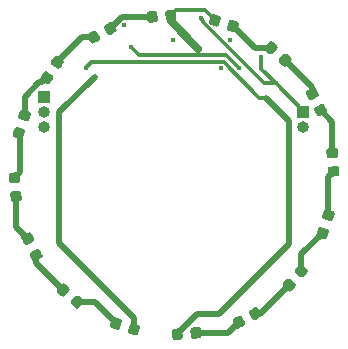
<source format=gbr>
G04 #@! TF.GenerationSoftware,KiCad,Pcbnew,(5.1.4)-1*
G04 #@! TF.CreationDate,2020-07-29T22:37:45-07:00*
G04 #@! TF.ProjectId,Kicad LED Rings_Circular_final_V2,4b696361-6420-44c4-9544-2052696e6773,rev?*
G04 #@! TF.SameCoordinates,Original*
G04 #@! TF.FileFunction,Copper,L4,Bot*
G04 #@! TF.FilePolarity,Positive*
%FSLAX46Y46*%
G04 Gerber Fmt 4.6, Leading zero omitted, Abs format (unit mm)*
G04 Created by KiCad (PCBNEW (5.1.4)-1) date 2020-07-29 22:37:45*
%MOMM*%
%LPD*%
G04 APERTURE LIST*
%ADD10C,0.100000*%
%ADD11C,0.875000*%
%ADD12R,1.000000X1.000000*%
%ADD13O,1.000000X1.000000*%
%ADD14C,0.450000*%
%ADD15C,0.508000*%
%ADD16C,0.304800*%
%ADD17C,0.635000*%
G04 APERTURE END LIST*
D10*
G36*
X104646870Y-91967957D02*
G01*
X104668039Y-91971523D01*
X104688757Y-91977147D01*
X105104844Y-92112342D01*
X105124910Y-92119970D01*
X105144132Y-92129528D01*
X105162325Y-92140923D01*
X105179313Y-92154047D01*
X105194933Y-92168773D01*
X105209034Y-92184959D01*
X105221481Y-92202450D01*
X105232154Y-92221076D01*
X105240949Y-92240658D01*
X105247783Y-92261008D01*
X105252589Y-92281931D01*
X105255322Y-92303223D01*
X105255954Y-92324681D01*
X105254480Y-92346097D01*
X105250914Y-92367266D01*
X105245290Y-92387983D01*
X105086919Y-92875400D01*
X105079291Y-92895467D01*
X105069734Y-92914689D01*
X105058338Y-92932881D01*
X105045214Y-92949870D01*
X105030488Y-92965490D01*
X105014302Y-92979591D01*
X104996812Y-92992038D01*
X104978186Y-93002711D01*
X104958603Y-93011506D01*
X104938253Y-93018340D01*
X104917331Y-93023146D01*
X104896038Y-93025879D01*
X104874580Y-93026511D01*
X104853164Y-93025037D01*
X104831995Y-93021471D01*
X104811277Y-93015847D01*
X104395190Y-92880652D01*
X104375124Y-92873024D01*
X104355902Y-92863466D01*
X104337709Y-92852071D01*
X104320721Y-92838947D01*
X104305101Y-92824221D01*
X104291000Y-92808035D01*
X104278553Y-92790544D01*
X104267880Y-92771918D01*
X104259085Y-92752336D01*
X104252251Y-92731986D01*
X104247445Y-92711063D01*
X104244712Y-92689771D01*
X104244080Y-92668313D01*
X104245554Y-92646897D01*
X104249120Y-92625728D01*
X104254744Y-92605011D01*
X104413115Y-92117594D01*
X104420743Y-92097527D01*
X104430300Y-92078305D01*
X104441696Y-92060113D01*
X104454820Y-92043124D01*
X104469546Y-92027504D01*
X104485732Y-92013403D01*
X104503222Y-92000956D01*
X104521848Y-91990283D01*
X104541431Y-91981488D01*
X104561781Y-91974654D01*
X104582703Y-91969848D01*
X104603996Y-91967115D01*
X104625454Y-91966483D01*
X104646870Y-91967957D01*
X104646870Y-91967957D01*
G37*
D11*
X104750017Y-92496497D03*
D10*
G36*
X106144784Y-92454659D02*
G01*
X106165953Y-92458225D01*
X106186671Y-92463849D01*
X106602758Y-92599044D01*
X106622824Y-92606672D01*
X106642046Y-92616230D01*
X106660239Y-92627625D01*
X106677227Y-92640749D01*
X106692847Y-92655475D01*
X106706948Y-92671661D01*
X106719395Y-92689152D01*
X106730068Y-92707778D01*
X106738863Y-92727360D01*
X106745697Y-92747710D01*
X106750503Y-92768633D01*
X106753236Y-92789925D01*
X106753868Y-92811383D01*
X106752394Y-92832799D01*
X106748828Y-92853968D01*
X106743204Y-92874685D01*
X106584833Y-93362102D01*
X106577205Y-93382169D01*
X106567648Y-93401391D01*
X106556252Y-93419583D01*
X106543128Y-93436572D01*
X106528402Y-93452192D01*
X106512216Y-93466293D01*
X106494726Y-93478740D01*
X106476100Y-93489413D01*
X106456517Y-93498208D01*
X106436167Y-93505042D01*
X106415245Y-93509848D01*
X106393952Y-93512581D01*
X106372494Y-93513213D01*
X106351078Y-93511739D01*
X106329909Y-93508173D01*
X106309191Y-93502549D01*
X105893104Y-93367354D01*
X105873038Y-93359726D01*
X105853816Y-93350168D01*
X105835623Y-93338773D01*
X105818635Y-93325649D01*
X105803015Y-93310923D01*
X105788914Y-93294737D01*
X105776467Y-93277246D01*
X105765794Y-93258620D01*
X105756999Y-93239038D01*
X105750165Y-93218688D01*
X105745359Y-93197765D01*
X105742626Y-93176473D01*
X105741994Y-93155015D01*
X105743468Y-93133599D01*
X105747034Y-93112430D01*
X105752658Y-93091713D01*
X105911029Y-92604296D01*
X105918657Y-92584229D01*
X105928214Y-92565007D01*
X105939610Y-92546815D01*
X105952734Y-92529826D01*
X105967460Y-92514206D01*
X105983646Y-92500105D01*
X106001136Y-92487658D01*
X106019762Y-92476985D01*
X106039345Y-92468190D01*
X106059695Y-92461356D01*
X106080617Y-92456550D01*
X106101910Y-92453817D01*
X106123368Y-92453185D01*
X106144784Y-92454659D01*
X106144784Y-92454659D01*
G37*
D11*
X106247931Y-92983199D03*
D10*
G36*
X110149248Y-92925110D02*
G01*
X110170417Y-92928676D01*
X110191134Y-92934300D01*
X110211201Y-92941928D01*
X110230423Y-92951485D01*
X110248616Y-92962881D01*
X110265604Y-92976005D01*
X110281224Y-92990731D01*
X110295325Y-93006917D01*
X110307772Y-93024407D01*
X110318445Y-93043034D01*
X110327240Y-93062616D01*
X110334074Y-93082966D01*
X110338880Y-93103889D01*
X110341613Y-93125181D01*
X110381823Y-93636101D01*
X110382455Y-93657559D01*
X110380981Y-93678975D01*
X110377415Y-93700144D01*
X110371791Y-93720862D01*
X110364163Y-93740928D01*
X110354605Y-93760150D01*
X110343210Y-93778343D01*
X110330086Y-93795331D01*
X110315360Y-93810951D01*
X110299174Y-93825052D01*
X110281683Y-93837499D01*
X110263057Y-93848172D01*
X110243475Y-93856967D01*
X110223124Y-93863801D01*
X110202202Y-93868607D01*
X110180910Y-93871340D01*
X109744758Y-93905666D01*
X109723300Y-93906298D01*
X109701884Y-93904824D01*
X109680715Y-93901258D01*
X109659998Y-93895634D01*
X109639931Y-93888006D01*
X109620709Y-93878449D01*
X109602516Y-93867053D01*
X109585528Y-93853929D01*
X109569908Y-93839203D01*
X109555807Y-93823017D01*
X109543360Y-93805527D01*
X109532687Y-93786900D01*
X109523892Y-93767318D01*
X109517058Y-93746968D01*
X109512252Y-93726045D01*
X109509519Y-93704753D01*
X109469309Y-93193833D01*
X109468677Y-93172375D01*
X109470151Y-93150959D01*
X109473717Y-93129790D01*
X109479341Y-93109072D01*
X109486969Y-93089006D01*
X109496527Y-93069784D01*
X109507922Y-93051591D01*
X109521046Y-93034603D01*
X109535772Y-93018983D01*
X109551958Y-93004882D01*
X109569449Y-92992435D01*
X109588075Y-92981762D01*
X109607657Y-92972967D01*
X109628008Y-92966133D01*
X109648930Y-92961327D01*
X109670222Y-92958594D01*
X110106374Y-92924268D01*
X110127832Y-92923636D01*
X110149248Y-92925110D01*
X110149248Y-92925110D01*
G37*
D11*
X109925566Y-93414967D03*
D10*
G36*
X111719392Y-92801536D02*
G01*
X111740561Y-92805102D01*
X111761278Y-92810726D01*
X111781345Y-92818354D01*
X111800567Y-92827911D01*
X111818760Y-92839307D01*
X111835748Y-92852431D01*
X111851368Y-92867157D01*
X111865469Y-92883343D01*
X111877916Y-92900833D01*
X111888589Y-92919460D01*
X111897384Y-92939042D01*
X111904218Y-92959392D01*
X111909024Y-92980315D01*
X111911757Y-93001607D01*
X111951967Y-93512527D01*
X111952599Y-93533985D01*
X111951125Y-93555401D01*
X111947559Y-93576570D01*
X111941935Y-93597288D01*
X111934307Y-93617354D01*
X111924749Y-93636576D01*
X111913354Y-93654769D01*
X111900230Y-93671757D01*
X111885504Y-93687377D01*
X111869318Y-93701478D01*
X111851827Y-93713925D01*
X111833201Y-93724598D01*
X111813619Y-93733393D01*
X111793268Y-93740227D01*
X111772346Y-93745033D01*
X111751054Y-93747766D01*
X111314902Y-93782092D01*
X111293444Y-93782724D01*
X111272028Y-93781250D01*
X111250859Y-93777684D01*
X111230142Y-93772060D01*
X111210075Y-93764432D01*
X111190853Y-93754875D01*
X111172660Y-93743479D01*
X111155672Y-93730355D01*
X111140052Y-93715629D01*
X111125951Y-93699443D01*
X111113504Y-93681953D01*
X111102831Y-93663326D01*
X111094036Y-93643744D01*
X111087202Y-93623394D01*
X111082396Y-93602471D01*
X111079663Y-93581179D01*
X111039453Y-93070259D01*
X111038821Y-93048801D01*
X111040295Y-93027385D01*
X111043861Y-93006216D01*
X111049485Y-92985498D01*
X111057113Y-92965432D01*
X111066671Y-92946210D01*
X111078066Y-92928017D01*
X111091190Y-92911029D01*
X111105916Y-92895409D01*
X111122102Y-92881308D01*
X111139593Y-92868861D01*
X111158219Y-92858188D01*
X111177801Y-92849393D01*
X111198152Y-92842559D01*
X111219074Y-92837753D01*
X111240366Y-92835020D01*
X111676518Y-92800694D01*
X111697976Y-92800062D01*
X111719392Y-92801536D01*
X111719392Y-92801536D01*
G37*
D11*
X111495710Y-93291393D03*
D10*
G36*
X98132059Y-86195371D02*
G01*
X98153228Y-86198937D01*
X98173946Y-86204561D01*
X98194012Y-86212189D01*
X98213234Y-86221747D01*
X98231427Y-86233142D01*
X98248415Y-86246266D01*
X98264035Y-86260992D01*
X98278136Y-86277178D01*
X98290583Y-86294669D01*
X98301256Y-86313295D01*
X98499877Y-86703111D01*
X98508672Y-86722693D01*
X98515506Y-86743043D01*
X98520312Y-86763966D01*
X98523045Y-86785258D01*
X98523677Y-86806716D01*
X98522203Y-86828132D01*
X98518637Y-86849301D01*
X98513013Y-86870019D01*
X98505385Y-86890085D01*
X98495827Y-86909307D01*
X98484432Y-86927500D01*
X98471308Y-86944488D01*
X98456582Y-86960108D01*
X98440396Y-86974209D01*
X98422905Y-86986656D01*
X98404279Y-86997329D01*
X97947638Y-87229999D01*
X97928056Y-87238794D01*
X97907706Y-87245628D01*
X97886783Y-87250434D01*
X97865491Y-87253167D01*
X97844033Y-87253799D01*
X97822617Y-87252325D01*
X97801448Y-87248759D01*
X97780730Y-87243135D01*
X97760664Y-87235507D01*
X97741442Y-87225949D01*
X97723249Y-87214554D01*
X97706261Y-87201430D01*
X97690641Y-87186704D01*
X97676540Y-87170518D01*
X97664093Y-87153027D01*
X97653420Y-87134401D01*
X97454799Y-86744585D01*
X97446004Y-86725003D01*
X97439170Y-86704653D01*
X97434364Y-86683730D01*
X97431631Y-86662438D01*
X97430999Y-86640980D01*
X97432473Y-86619564D01*
X97436039Y-86598395D01*
X97441663Y-86577677D01*
X97449291Y-86557611D01*
X97458849Y-86538389D01*
X97470244Y-86520196D01*
X97483368Y-86503208D01*
X97498094Y-86487588D01*
X97514280Y-86473487D01*
X97531771Y-86461040D01*
X97550397Y-86450367D01*
X98007038Y-86217697D01*
X98026620Y-86208902D01*
X98046970Y-86202068D01*
X98067893Y-86197262D01*
X98089185Y-86194529D01*
X98110643Y-86193897D01*
X98132059Y-86195371D01*
X98132059Y-86195371D01*
G37*
D11*
X97977338Y-86723848D03*
D10*
G36*
X97417023Y-84792035D02*
G01*
X97438192Y-84795601D01*
X97458910Y-84801225D01*
X97478976Y-84808853D01*
X97498198Y-84818411D01*
X97516391Y-84829806D01*
X97533379Y-84842930D01*
X97548999Y-84857656D01*
X97563100Y-84873842D01*
X97575547Y-84891333D01*
X97586220Y-84909959D01*
X97784841Y-85299775D01*
X97793636Y-85319357D01*
X97800470Y-85339707D01*
X97805276Y-85360630D01*
X97808009Y-85381922D01*
X97808641Y-85403380D01*
X97807167Y-85424796D01*
X97803601Y-85445965D01*
X97797977Y-85466683D01*
X97790349Y-85486749D01*
X97780791Y-85505971D01*
X97769396Y-85524164D01*
X97756272Y-85541152D01*
X97741546Y-85556772D01*
X97725360Y-85570873D01*
X97707869Y-85583320D01*
X97689243Y-85593993D01*
X97232602Y-85826663D01*
X97213020Y-85835458D01*
X97192670Y-85842292D01*
X97171747Y-85847098D01*
X97150455Y-85849831D01*
X97128997Y-85850463D01*
X97107581Y-85848989D01*
X97086412Y-85845423D01*
X97065694Y-85839799D01*
X97045628Y-85832171D01*
X97026406Y-85822613D01*
X97008213Y-85811218D01*
X96991225Y-85798094D01*
X96975605Y-85783368D01*
X96961504Y-85767182D01*
X96949057Y-85749691D01*
X96938384Y-85731065D01*
X96739763Y-85341249D01*
X96730968Y-85321667D01*
X96724134Y-85301317D01*
X96719328Y-85280394D01*
X96716595Y-85259102D01*
X96715963Y-85237644D01*
X96717437Y-85216228D01*
X96721003Y-85195059D01*
X96726627Y-85174341D01*
X96734255Y-85154275D01*
X96743813Y-85135053D01*
X96755208Y-85116860D01*
X96768332Y-85099872D01*
X96783058Y-85084252D01*
X96799244Y-85070151D01*
X96816735Y-85057704D01*
X96835361Y-85047031D01*
X97292002Y-84814361D01*
X97311584Y-84805566D01*
X97331934Y-84798732D01*
X97352857Y-84793926D01*
X97374149Y-84791193D01*
X97395607Y-84790561D01*
X97417023Y-84792035D01*
X97417023Y-84792035D01*
G37*
D11*
X97262302Y-85320512D03*
D10*
G36*
X120382524Y-87499726D02*
G01*
X120403693Y-87503292D01*
X120424411Y-87508916D01*
X120444477Y-87516544D01*
X120463699Y-87526102D01*
X120481892Y-87537497D01*
X120498880Y-87550621D01*
X120888588Y-87883463D01*
X120904208Y-87898189D01*
X120918309Y-87914375D01*
X120930756Y-87931865D01*
X120941429Y-87950492D01*
X120950224Y-87970074D01*
X120957058Y-87990424D01*
X120961864Y-88011347D01*
X120964597Y-88032639D01*
X120965229Y-88054097D01*
X120963755Y-88075513D01*
X120960189Y-88096682D01*
X120954565Y-88117399D01*
X120946937Y-88137466D01*
X120937380Y-88156688D01*
X120925984Y-88174881D01*
X120912860Y-88191869D01*
X120628726Y-88524547D01*
X120614000Y-88540167D01*
X120597814Y-88554268D01*
X120580323Y-88566715D01*
X120561697Y-88577388D01*
X120542115Y-88586183D01*
X120521765Y-88593017D01*
X120500842Y-88597823D01*
X120479550Y-88600556D01*
X120458092Y-88601188D01*
X120436676Y-88599714D01*
X120415507Y-88596148D01*
X120394789Y-88590524D01*
X120374723Y-88582896D01*
X120355501Y-88573338D01*
X120337308Y-88561943D01*
X120320320Y-88548819D01*
X119930612Y-88215977D01*
X119914992Y-88201251D01*
X119900891Y-88185065D01*
X119888444Y-88167575D01*
X119877771Y-88148948D01*
X119868976Y-88129366D01*
X119862142Y-88109016D01*
X119857336Y-88088093D01*
X119854603Y-88066801D01*
X119853971Y-88045343D01*
X119855445Y-88023927D01*
X119859011Y-88002758D01*
X119864635Y-87982041D01*
X119872263Y-87961974D01*
X119881820Y-87942752D01*
X119893216Y-87924559D01*
X119906340Y-87907571D01*
X120190474Y-87574893D01*
X120205200Y-87559273D01*
X120221386Y-87545172D01*
X120238877Y-87532725D01*
X120257503Y-87522052D01*
X120277085Y-87513257D01*
X120297435Y-87506423D01*
X120318358Y-87501617D01*
X120339650Y-87498884D01*
X120361108Y-87498252D01*
X120382524Y-87499726D01*
X120382524Y-87499726D01*
G37*
D11*
X120409600Y-88049720D03*
D10*
G36*
X119359644Y-88697366D02*
G01*
X119380813Y-88700932D01*
X119401531Y-88706556D01*
X119421597Y-88714184D01*
X119440819Y-88723742D01*
X119459012Y-88735137D01*
X119476000Y-88748261D01*
X119865708Y-89081103D01*
X119881328Y-89095829D01*
X119895429Y-89112015D01*
X119907876Y-89129505D01*
X119918549Y-89148132D01*
X119927344Y-89167714D01*
X119934178Y-89188064D01*
X119938984Y-89208987D01*
X119941717Y-89230279D01*
X119942349Y-89251737D01*
X119940875Y-89273153D01*
X119937309Y-89294322D01*
X119931685Y-89315039D01*
X119924057Y-89335106D01*
X119914500Y-89354328D01*
X119903104Y-89372521D01*
X119889980Y-89389509D01*
X119605846Y-89722187D01*
X119591120Y-89737807D01*
X119574934Y-89751908D01*
X119557443Y-89764355D01*
X119538817Y-89775028D01*
X119519235Y-89783823D01*
X119498885Y-89790657D01*
X119477962Y-89795463D01*
X119456670Y-89798196D01*
X119435212Y-89798828D01*
X119413796Y-89797354D01*
X119392627Y-89793788D01*
X119371909Y-89788164D01*
X119351843Y-89780536D01*
X119332621Y-89770978D01*
X119314428Y-89759583D01*
X119297440Y-89746459D01*
X118907732Y-89413617D01*
X118892112Y-89398891D01*
X118878011Y-89382705D01*
X118865564Y-89365215D01*
X118854891Y-89346588D01*
X118846096Y-89327006D01*
X118839262Y-89306656D01*
X118834456Y-89285733D01*
X118831723Y-89264441D01*
X118831091Y-89242983D01*
X118832565Y-89221567D01*
X118836131Y-89200398D01*
X118841755Y-89179681D01*
X118849383Y-89159614D01*
X118858940Y-89140392D01*
X118870336Y-89122199D01*
X118883460Y-89105211D01*
X119167594Y-88772533D01*
X119182320Y-88756913D01*
X119198506Y-88742812D01*
X119215997Y-88730365D01*
X119234623Y-88719692D01*
X119254205Y-88710897D01*
X119274555Y-88704063D01*
X119295478Y-88699257D01*
X119316770Y-88696524D01*
X119338228Y-88695892D01*
X119359644Y-88697366D01*
X119359644Y-88697366D01*
G37*
D11*
X119386720Y-89247360D03*
D10*
G36*
X96423160Y-79703505D02*
G01*
X96444297Y-79707256D01*
X96464964Y-79713060D01*
X96484963Y-79720863D01*
X96504101Y-79730588D01*
X96522194Y-79742142D01*
X96539067Y-79755413D01*
X96554558Y-79770275D01*
X96568517Y-79786584D01*
X96580811Y-79804182D01*
X96591321Y-79822900D01*
X96599945Y-79842559D01*
X96606601Y-79862968D01*
X96611225Y-79883931D01*
X96613771Y-79905247D01*
X96644289Y-80341681D01*
X96644734Y-80363143D01*
X96643073Y-80384546D01*
X96639322Y-80405683D01*
X96633518Y-80426351D01*
X96625715Y-80446350D01*
X96615990Y-80465488D01*
X96604436Y-80483580D01*
X96591165Y-80500453D01*
X96576303Y-80515944D01*
X96559994Y-80529903D01*
X96542396Y-80542197D01*
X96523678Y-80552707D01*
X96504019Y-80561331D01*
X96483610Y-80567987D01*
X96462647Y-80572611D01*
X96441331Y-80575157D01*
X95930079Y-80610907D01*
X95908617Y-80611352D01*
X95887214Y-80609691D01*
X95866077Y-80605940D01*
X95845410Y-80600136D01*
X95825411Y-80592333D01*
X95806273Y-80582608D01*
X95788180Y-80571054D01*
X95771307Y-80557783D01*
X95755816Y-80542921D01*
X95741857Y-80526612D01*
X95729563Y-80509014D01*
X95719053Y-80490296D01*
X95710429Y-80470637D01*
X95703773Y-80450228D01*
X95699149Y-80429265D01*
X95696603Y-80407949D01*
X95666085Y-79971515D01*
X95665640Y-79950053D01*
X95667301Y-79928650D01*
X95671052Y-79907513D01*
X95676856Y-79886845D01*
X95684659Y-79866846D01*
X95694384Y-79847708D01*
X95705938Y-79829616D01*
X95719209Y-79812743D01*
X95734071Y-79797252D01*
X95750380Y-79783293D01*
X95767978Y-79770999D01*
X95786696Y-79760489D01*
X95806355Y-79751865D01*
X95826764Y-79745209D01*
X95847727Y-79740585D01*
X95869043Y-79738039D01*
X96380295Y-79702289D01*
X96401757Y-79701844D01*
X96423160Y-79703505D01*
X96423160Y-79703505D01*
G37*
D11*
X96155187Y-80156598D03*
D10*
G36*
X96533026Y-81274669D02*
G01*
X96554163Y-81278420D01*
X96574830Y-81284224D01*
X96594829Y-81292027D01*
X96613967Y-81301752D01*
X96632060Y-81313306D01*
X96648933Y-81326577D01*
X96664424Y-81341439D01*
X96678383Y-81357748D01*
X96690677Y-81375346D01*
X96701187Y-81394064D01*
X96709811Y-81413723D01*
X96716467Y-81434132D01*
X96721091Y-81455095D01*
X96723637Y-81476411D01*
X96754155Y-81912845D01*
X96754600Y-81934307D01*
X96752939Y-81955710D01*
X96749188Y-81976847D01*
X96743384Y-81997515D01*
X96735581Y-82017514D01*
X96725856Y-82036652D01*
X96714302Y-82054744D01*
X96701031Y-82071617D01*
X96686169Y-82087108D01*
X96669860Y-82101067D01*
X96652262Y-82113361D01*
X96633544Y-82123871D01*
X96613885Y-82132495D01*
X96593476Y-82139151D01*
X96572513Y-82143775D01*
X96551197Y-82146321D01*
X96039945Y-82182071D01*
X96018483Y-82182516D01*
X95997080Y-82180855D01*
X95975943Y-82177104D01*
X95955276Y-82171300D01*
X95935277Y-82163497D01*
X95916139Y-82153772D01*
X95898046Y-82142218D01*
X95881173Y-82128947D01*
X95865682Y-82114085D01*
X95851723Y-82097776D01*
X95839429Y-82080178D01*
X95828919Y-82061460D01*
X95820295Y-82041801D01*
X95813639Y-82021392D01*
X95809015Y-82000429D01*
X95806469Y-81979113D01*
X95775951Y-81542679D01*
X95775506Y-81521217D01*
X95777167Y-81499814D01*
X95780918Y-81478677D01*
X95786722Y-81458009D01*
X95794525Y-81438010D01*
X95804250Y-81418872D01*
X95815804Y-81400780D01*
X95829075Y-81383907D01*
X95843937Y-81368416D01*
X95860246Y-81354457D01*
X95877844Y-81342163D01*
X95896562Y-81331653D01*
X95916221Y-81323029D01*
X95936630Y-81316373D01*
X95957593Y-81311749D01*
X95978909Y-81309203D01*
X96490161Y-81273453D01*
X96511623Y-81273008D01*
X96533026Y-81274669D01*
X96533026Y-81274669D01*
G37*
D11*
X96265053Y-81727762D03*
D10*
G36*
X122079969Y-84310874D02*
G01*
X122101138Y-84314440D01*
X122121855Y-84320064D01*
X122609272Y-84478435D01*
X122629339Y-84486063D01*
X122648561Y-84495620D01*
X122666753Y-84507016D01*
X122683742Y-84520140D01*
X122699362Y-84534866D01*
X122713463Y-84551052D01*
X122725910Y-84568542D01*
X122736583Y-84587168D01*
X122745378Y-84606751D01*
X122752212Y-84627101D01*
X122757018Y-84648023D01*
X122759751Y-84669316D01*
X122760383Y-84690774D01*
X122758909Y-84712190D01*
X122755343Y-84733359D01*
X122749719Y-84754077D01*
X122614524Y-85170164D01*
X122606896Y-85190230D01*
X122597338Y-85209452D01*
X122585943Y-85227645D01*
X122572819Y-85244633D01*
X122558093Y-85260253D01*
X122541907Y-85274354D01*
X122524416Y-85286801D01*
X122505790Y-85297474D01*
X122486208Y-85306269D01*
X122465858Y-85313103D01*
X122444935Y-85317909D01*
X122423643Y-85320642D01*
X122402185Y-85321274D01*
X122380769Y-85319800D01*
X122359600Y-85316234D01*
X122338883Y-85310610D01*
X121851466Y-85152239D01*
X121831399Y-85144611D01*
X121812177Y-85135054D01*
X121793985Y-85123658D01*
X121776996Y-85110534D01*
X121761376Y-85095808D01*
X121747275Y-85079622D01*
X121734828Y-85062132D01*
X121724155Y-85043506D01*
X121715360Y-85023923D01*
X121708526Y-85003573D01*
X121703720Y-84982651D01*
X121700987Y-84961358D01*
X121700355Y-84939900D01*
X121701829Y-84918484D01*
X121705395Y-84897315D01*
X121711019Y-84876597D01*
X121846214Y-84460510D01*
X121853842Y-84440444D01*
X121863400Y-84421222D01*
X121874795Y-84403029D01*
X121887919Y-84386041D01*
X121902645Y-84370421D01*
X121918831Y-84356320D01*
X121936322Y-84343873D01*
X121954948Y-84333200D01*
X121974530Y-84324405D01*
X121994880Y-84317571D01*
X122015803Y-84312765D01*
X122037095Y-84310032D01*
X122058553Y-84309400D01*
X122079969Y-84310874D01*
X122079969Y-84310874D01*
G37*
D11*
X122230369Y-84815337D03*
D10*
G36*
X122566671Y-82812960D02*
G01*
X122587840Y-82816526D01*
X122608557Y-82822150D01*
X123095974Y-82980521D01*
X123116041Y-82988149D01*
X123135263Y-82997706D01*
X123153455Y-83009102D01*
X123170444Y-83022226D01*
X123186064Y-83036952D01*
X123200165Y-83053138D01*
X123212612Y-83070628D01*
X123223285Y-83089254D01*
X123232080Y-83108837D01*
X123238914Y-83129187D01*
X123243720Y-83150109D01*
X123246453Y-83171402D01*
X123247085Y-83192860D01*
X123245611Y-83214276D01*
X123242045Y-83235445D01*
X123236421Y-83256163D01*
X123101226Y-83672250D01*
X123093598Y-83692316D01*
X123084040Y-83711538D01*
X123072645Y-83729731D01*
X123059521Y-83746719D01*
X123044795Y-83762339D01*
X123028609Y-83776440D01*
X123011118Y-83788887D01*
X122992492Y-83799560D01*
X122972910Y-83808355D01*
X122952560Y-83815189D01*
X122931637Y-83819995D01*
X122910345Y-83822728D01*
X122888887Y-83823360D01*
X122867471Y-83821886D01*
X122846302Y-83818320D01*
X122825585Y-83812696D01*
X122338168Y-83654325D01*
X122318101Y-83646697D01*
X122298879Y-83637140D01*
X122280687Y-83625744D01*
X122263698Y-83612620D01*
X122248078Y-83597894D01*
X122233977Y-83581708D01*
X122221530Y-83564218D01*
X122210857Y-83545592D01*
X122202062Y-83526009D01*
X122195228Y-83505659D01*
X122190422Y-83484737D01*
X122187689Y-83463444D01*
X122187057Y-83441986D01*
X122188531Y-83420570D01*
X122192097Y-83399401D01*
X122197721Y-83378683D01*
X122332916Y-82962596D01*
X122340544Y-82942530D01*
X122350102Y-82923308D01*
X122361497Y-82905115D01*
X122374621Y-82888127D01*
X122389347Y-82872507D01*
X122405533Y-82858406D01*
X122423024Y-82845959D01*
X122441650Y-82835286D01*
X122461232Y-82826491D01*
X122481582Y-82819657D01*
X122502505Y-82814851D01*
X122523797Y-82812118D01*
X122545255Y-82811486D01*
X122566671Y-82812960D01*
X122566671Y-82812960D01*
G37*
D11*
X122717071Y-83317423D03*
D10*
G36*
X98816458Y-71148573D02*
G01*
X98837690Y-71151742D01*
X98858509Y-71156976D01*
X98878715Y-71164225D01*
X98898113Y-71173421D01*
X98916517Y-71184473D01*
X99342396Y-71469575D01*
X99359627Y-71482378D01*
X99375521Y-71496809D01*
X99389923Y-71512727D01*
X99402696Y-71529981D01*
X99413716Y-71548404D01*
X99422878Y-71567818D01*
X99430092Y-71588036D01*
X99435290Y-71608865D01*
X99438421Y-71630102D01*
X99439456Y-71651544D01*
X99438384Y-71672985D01*
X99435215Y-71694217D01*
X99429981Y-71715036D01*
X99422731Y-71735242D01*
X99413536Y-71754640D01*
X99402484Y-71773042D01*
X99159105Y-72136598D01*
X99146302Y-72153830D01*
X99131872Y-72169723D01*
X99115953Y-72184126D01*
X99098699Y-72196899D01*
X99080277Y-72207919D01*
X99060863Y-72217081D01*
X99040644Y-72224295D01*
X99019816Y-72229493D01*
X98998578Y-72232624D01*
X98977136Y-72233659D01*
X98955696Y-72232587D01*
X98934464Y-72229418D01*
X98913645Y-72224184D01*
X98893439Y-72216935D01*
X98874041Y-72207739D01*
X98855637Y-72196687D01*
X98429758Y-71911585D01*
X98412527Y-71898782D01*
X98396633Y-71884351D01*
X98382231Y-71868433D01*
X98369458Y-71851179D01*
X98358438Y-71832756D01*
X98349276Y-71813342D01*
X98342062Y-71793124D01*
X98336864Y-71772295D01*
X98333733Y-71751058D01*
X98332698Y-71729616D01*
X98333770Y-71708175D01*
X98336939Y-71686943D01*
X98342173Y-71666124D01*
X98349423Y-71645918D01*
X98358618Y-71626520D01*
X98369670Y-71608118D01*
X98613049Y-71244562D01*
X98625852Y-71227330D01*
X98640282Y-71211437D01*
X98656201Y-71197034D01*
X98673455Y-71184261D01*
X98691877Y-71173241D01*
X98711291Y-71164079D01*
X98731510Y-71156865D01*
X98752338Y-71151667D01*
X98773576Y-71148536D01*
X98795018Y-71147501D01*
X98816458Y-71148573D01*
X98816458Y-71148573D01*
G37*
D11*
X98886077Y-71690580D03*
D10*
G36*
X99692624Y-69839773D02*
G01*
X99713856Y-69842942D01*
X99734675Y-69848176D01*
X99754881Y-69855425D01*
X99774279Y-69864621D01*
X99792683Y-69875673D01*
X100218562Y-70160775D01*
X100235793Y-70173578D01*
X100251687Y-70188009D01*
X100266089Y-70203927D01*
X100278862Y-70221181D01*
X100289882Y-70239604D01*
X100299044Y-70259018D01*
X100306258Y-70279236D01*
X100311456Y-70300065D01*
X100314587Y-70321302D01*
X100315622Y-70342744D01*
X100314550Y-70364185D01*
X100311381Y-70385417D01*
X100306147Y-70406236D01*
X100298897Y-70426442D01*
X100289702Y-70445840D01*
X100278650Y-70464242D01*
X100035271Y-70827798D01*
X100022468Y-70845030D01*
X100008038Y-70860923D01*
X99992119Y-70875326D01*
X99974865Y-70888099D01*
X99956443Y-70899119D01*
X99937029Y-70908281D01*
X99916810Y-70915495D01*
X99895982Y-70920693D01*
X99874744Y-70923824D01*
X99853302Y-70924859D01*
X99831862Y-70923787D01*
X99810630Y-70920618D01*
X99789811Y-70915384D01*
X99769605Y-70908135D01*
X99750207Y-70898939D01*
X99731803Y-70887887D01*
X99305924Y-70602785D01*
X99288693Y-70589982D01*
X99272799Y-70575551D01*
X99258397Y-70559633D01*
X99245624Y-70542379D01*
X99234604Y-70523956D01*
X99225442Y-70504542D01*
X99218228Y-70484324D01*
X99213030Y-70463495D01*
X99209899Y-70442258D01*
X99208864Y-70420816D01*
X99209936Y-70399375D01*
X99213105Y-70378143D01*
X99218339Y-70357324D01*
X99225589Y-70337118D01*
X99234784Y-70317720D01*
X99245836Y-70299318D01*
X99489215Y-69935762D01*
X99502018Y-69918530D01*
X99516448Y-69902637D01*
X99532367Y-69888234D01*
X99549621Y-69875461D01*
X99568043Y-69864441D01*
X99587457Y-69855279D01*
X99607676Y-69848065D01*
X99628504Y-69842867D01*
X99649742Y-69839736D01*
X99671184Y-69838701D01*
X99692624Y-69839773D01*
X99692624Y-69839773D01*
G37*
D11*
X99762243Y-70381780D03*
D10*
G36*
X121501363Y-72508439D02*
G01*
X121522532Y-72512005D01*
X121543250Y-72517629D01*
X121563316Y-72525257D01*
X121582538Y-72534815D01*
X121600731Y-72546210D01*
X121617719Y-72559334D01*
X121633339Y-72574060D01*
X121647440Y-72590246D01*
X121659887Y-72607737D01*
X121670560Y-72626363D01*
X121869181Y-73016179D01*
X121877976Y-73035761D01*
X121884810Y-73056111D01*
X121889616Y-73077034D01*
X121892349Y-73098326D01*
X121892981Y-73119784D01*
X121891507Y-73141200D01*
X121887941Y-73162369D01*
X121882317Y-73183087D01*
X121874689Y-73203153D01*
X121865131Y-73222375D01*
X121853736Y-73240568D01*
X121840612Y-73257556D01*
X121825886Y-73273176D01*
X121809700Y-73287277D01*
X121792209Y-73299724D01*
X121773583Y-73310397D01*
X121316942Y-73543067D01*
X121297360Y-73551862D01*
X121277010Y-73558696D01*
X121256087Y-73563502D01*
X121234795Y-73566235D01*
X121213337Y-73566867D01*
X121191921Y-73565393D01*
X121170752Y-73561827D01*
X121150034Y-73556203D01*
X121129968Y-73548575D01*
X121110746Y-73539017D01*
X121092553Y-73527622D01*
X121075565Y-73514498D01*
X121059945Y-73499772D01*
X121045844Y-73483586D01*
X121033397Y-73466095D01*
X121022724Y-73447469D01*
X120824103Y-73057653D01*
X120815308Y-73038071D01*
X120808474Y-73017721D01*
X120803668Y-72996798D01*
X120800935Y-72975506D01*
X120800303Y-72954048D01*
X120801777Y-72932632D01*
X120805343Y-72911463D01*
X120810967Y-72890745D01*
X120818595Y-72870679D01*
X120828153Y-72851457D01*
X120839548Y-72833264D01*
X120852672Y-72816276D01*
X120867398Y-72800656D01*
X120883584Y-72786555D01*
X120901075Y-72774108D01*
X120919701Y-72763435D01*
X121376342Y-72530765D01*
X121395924Y-72521970D01*
X121416274Y-72515136D01*
X121437197Y-72510330D01*
X121458489Y-72507597D01*
X121479947Y-72506965D01*
X121501363Y-72508439D01*
X121501363Y-72508439D01*
G37*
D11*
X121346642Y-73036916D03*
D10*
G36*
X122216399Y-73911775D02*
G01*
X122237568Y-73915341D01*
X122258286Y-73920965D01*
X122278352Y-73928593D01*
X122297574Y-73938151D01*
X122315767Y-73949546D01*
X122332755Y-73962670D01*
X122348375Y-73977396D01*
X122362476Y-73993582D01*
X122374923Y-74011073D01*
X122385596Y-74029699D01*
X122584217Y-74419515D01*
X122593012Y-74439097D01*
X122599846Y-74459447D01*
X122604652Y-74480370D01*
X122607385Y-74501662D01*
X122608017Y-74523120D01*
X122606543Y-74544536D01*
X122602977Y-74565705D01*
X122597353Y-74586423D01*
X122589725Y-74606489D01*
X122580167Y-74625711D01*
X122568772Y-74643904D01*
X122555648Y-74660892D01*
X122540922Y-74676512D01*
X122524736Y-74690613D01*
X122507245Y-74703060D01*
X122488619Y-74713733D01*
X122031978Y-74946403D01*
X122012396Y-74955198D01*
X121992046Y-74962032D01*
X121971123Y-74966838D01*
X121949831Y-74969571D01*
X121928373Y-74970203D01*
X121906957Y-74968729D01*
X121885788Y-74965163D01*
X121865070Y-74959539D01*
X121845004Y-74951911D01*
X121825782Y-74942353D01*
X121807589Y-74930958D01*
X121790601Y-74917834D01*
X121774981Y-74903108D01*
X121760880Y-74886922D01*
X121748433Y-74869431D01*
X121737760Y-74850805D01*
X121539139Y-74460989D01*
X121530344Y-74441407D01*
X121523510Y-74421057D01*
X121518704Y-74400134D01*
X121515971Y-74378842D01*
X121515339Y-74357384D01*
X121516813Y-74335968D01*
X121520379Y-74314799D01*
X121526003Y-74294081D01*
X121533631Y-74274015D01*
X121543189Y-74254793D01*
X121554584Y-74236600D01*
X121567708Y-74219612D01*
X121582434Y-74203992D01*
X121598620Y-74189891D01*
X121616111Y-74177444D01*
X121634737Y-74166771D01*
X122091378Y-73934101D01*
X122110960Y-73925306D01*
X122131310Y-73918472D01*
X122152233Y-73913666D01*
X122173525Y-73910933D01*
X122194983Y-73910301D01*
X122216399Y-73911775D01*
X122216399Y-73911775D01*
G37*
D11*
X122061678Y-74440252D03*
D10*
G36*
X104354288Y-66989337D02*
G01*
X104375457Y-66992903D01*
X104396175Y-66998527D01*
X104416241Y-67006155D01*
X104435463Y-67015713D01*
X104453656Y-67027108D01*
X104470644Y-67040232D01*
X104486264Y-67054958D01*
X104500365Y-67071144D01*
X104512812Y-67088635D01*
X104523485Y-67107261D01*
X104756155Y-67563902D01*
X104764950Y-67583484D01*
X104771784Y-67603834D01*
X104776590Y-67624757D01*
X104779323Y-67646049D01*
X104779955Y-67667507D01*
X104778481Y-67688923D01*
X104774915Y-67710092D01*
X104769291Y-67730810D01*
X104761663Y-67750876D01*
X104752105Y-67770098D01*
X104740710Y-67788291D01*
X104727586Y-67805279D01*
X104712860Y-67820899D01*
X104696674Y-67835000D01*
X104679183Y-67847447D01*
X104660557Y-67858120D01*
X104270741Y-68056741D01*
X104251159Y-68065536D01*
X104230809Y-68072370D01*
X104209886Y-68077176D01*
X104188594Y-68079909D01*
X104167136Y-68080541D01*
X104145720Y-68079067D01*
X104124551Y-68075501D01*
X104103833Y-68069877D01*
X104083767Y-68062249D01*
X104064545Y-68052691D01*
X104046352Y-68041296D01*
X104029364Y-68028172D01*
X104013744Y-68013446D01*
X103999643Y-67997260D01*
X103987196Y-67979769D01*
X103976523Y-67961143D01*
X103743853Y-67504502D01*
X103735058Y-67484920D01*
X103728224Y-67464570D01*
X103723418Y-67443647D01*
X103720685Y-67422355D01*
X103720053Y-67400897D01*
X103721527Y-67379481D01*
X103725093Y-67358312D01*
X103730717Y-67337594D01*
X103738345Y-67317528D01*
X103747903Y-67298306D01*
X103759298Y-67280113D01*
X103772422Y-67263125D01*
X103787148Y-67247505D01*
X103803334Y-67233404D01*
X103820825Y-67220957D01*
X103839451Y-67210284D01*
X104229267Y-67011663D01*
X104248849Y-67002868D01*
X104269199Y-66996034D01*
X104290122Y-66991228D01*
X104311414Y-66988495D01*
X104332872Y-66987863D01*
X104354288Y-66989337D01*
X104354288Y-66989337D01*
G37*
D11*
X104250004Y-67534202D03*
D10*
G36*
X102950952Y-67704373D02*
G01*
X102972121Y-67707939D01*
X102992839Y-67713563D01*
X103012905Y-67721191D01*
X103032127Y-67730749D01*
X103050320Y-67742144D01*
X103067308Y-67755268D01*
X103082928Y-67769994D01*
X103097029Y-67786180D01*
X103109476Y-67803671D01*
X103120149Y-67822297D01*
X103352819Y-68278938D01*
X103361614Y-68298520D01*
X103368448Y-68318870D01*
X103373254Y-68339793D01*
X103375987Y-68361085D01*
X103376619Y-68382543D01*
X103375145Y-68403959D01*
X103371579Y-68425128D01*
X103365955Y-68445846D01*
X103358327Y-68465912D01*
X103348769Y-68485134D01*
X103337374Y-68503327D01*
X103324250Y-68520315D01*
X103309524Y-68535935D01*
X103293338Y-68550036D01*
X103275847Y-68562483D01*
X103257221Y-68573156D01*
X102867405Y-68771777D01*
X102847823Y-68780572D01*
X102827473Y-68787406D01*
X102806550Y-68792212D01*
X102785258Y-68794945D01*
X102763800Y-68795577D01*
X102742384Y-68794103D01*
X102721215Y-68790537D01*
X102700497Y-68784913D01*
X102680431Y-68777285D01*
X102661209Y-68767727D01*
X102643016Y-68756332D01*
X102626028Y-68743208D01*
X102610408Y-68728482D01*
X102596307Y-68712296D01*
X102583860Y-68694805D01*
X102573187Y-68676179D01*
X102340517Y-68219538D01*
X102331722Y-68199956D01*
X102324888Y-68179606D01*
X102320082Y-68158683D01*
X102317349Y-68137391D01*
X102316717Y-68115933D01*
X102318191Y-68094517D01*
X102321757Y-68073348D01*
X102327381Y-68052630D01*
X102335009Y-68032564D01*
X102344567Y-68013342D01*
X102355962Y-67995149D01*
X102369086Y-67978161D01*
X102383812Y-67962541D01*
X102399998Y-67948440D01*
X102417489Y-67935993D01*
X102436115Y-67925320D01*
X102825931Y-67726699D01*
X102845513Y-67717904D01*
X102865863Y-67711070D01*
X102886786Y-67706264D01*
X102908078Y-67703531D01*
X102929536Y-67702899D01*
X102950952Y-67704373D01*
X102950952Y-67704373D01*
G37*
D11*
X102846668Y-68249238D03*
D10*
G36*
X119080053Y-69639645D02*
G01*
X119101222Y-69643211D01*
X119121939Y-69648835D01*
X119142006Y-69656463D01*
X119161228Y-69666020D01*
X119179421Y-69677416D01*
X119196409Y-69690540D01*
X119529087Y-69974674D01*
X119544707Y-69989400D01*
X119558808Y-70005586D01*
X119571255Y-70023077D01*
X119581928Y-70041703D01*
X119590723Y-70061285D01*
X119597557Y-70081635D01*
X119602363Y-70102558D01*
X119605096Y-70123850D01*
X119605728Y-70145308D01*
X119604254Y-70166724D01*
X119600688Y-70187893D01*
X119595064Y-70208611D01*
X119587436Y-70228677D01*
X119577878Y-70247899D01*
X119566483Y-70266092D01*
X119553359Y-70283080D01*
X119220517Y-70672788D01*
X119205791Y-70688408D01*
X119189605Y-70702509D01*
X119172115Y-70714956D01*
X119153488Y-70725629D01*
X119133906Y-70734424D01*
X119113556Y-70741258D01*
X119092633Y-70746064D01*
X119071341Y-70748797D01*
X119049883Y-70749429D01*
X119028467Y-70747955D01*
X119007298Y-70744389D01*
X118986581Y-70738765D01*
X118966514Y-70731137D01*
X118947292Y-70721580D01*
X118929099Y-70710184D01*
X118912111Y-70697060D01*
X118579433Y-70412926D01*
X118563813Y-70398200D01*
X118549712Y-70382014D01*
X118537265Y-70364523D01*
X118526592Y-70345897D01*
X118517797Y-70326315D01*
X118510963Y-70305965D01*
X118506157Y-70285042D01*
X118503424Y-70263750D01*
X118502792Y-70242292D01*
X118504266Y-70220876D01*
X118507832Y-70199707D01*
X118513456Y-70178989D01*
X118521084Y-70158923D01*
X118530642Y-70139701D01*
X118542037Y-70121508D01*
X118555161Y-70104520D01*
X118888003Y-69714812D01*
X118902729Y-69699192D01*
X118918915Y-69685091D01*
X118936405Y-69672644D01*
X118955032Y-69661971D01*
X118974614Y-69653176D01*
X118994964Y-69646342D01*
X119015887Y-69641536D01*
X119037179Y-69638803D01*
X119058637Y-69638171D01*
X119080053Y-69639645D01*
X119080053Y-69639645D01*
G37*
D11*
X119054260Y-70193800D03*
D10*
G36*
X117882413Y-68616765D02*
G01*
X117903582Y-68620331D01*
X117924299Y-68625955D01*
X117944366Y-68633583D01*
X117963588Y-68643140D01*
X117981781Y-68654536D01*
X117998769Y-68667660D01*
X118331447Y-68951794D01*
X118347067Y-68966520D01*
X118361168Y-68982706D01*
X118373615Y-69000197D01*
X118384288Y-69018823D01*
X118393083Y-69038405D01*
X118399917Y-69058755D01*
X118404723Y-69079678D01*
X118407456Y-69100970D01*
X118408088Y-69122428D01*
X118406614Y-69143844D01*
X118403048Y-69165013D01*
X118397424Y-69185731D01*
X118389796Y-69205797D01*
X118380238Y-69225019D01*
X118368843Y-69243212D01*
X118355719Y-69260200D01*
X118022877Y-69649908D01*
X118008151Y-69665528D01*
X117991965Y-69679629D01*
X117974475Y-69692076D01*
X117955848Y-69702749D01*
X117936266Y-69711544D01*
X117915916Y-69718378D01*
X117894993Y-69723184D01*
X117873701Y-69725917D01*
X117852243Y-69726549D01*
X117830827Y-69725075D01*
X117809658Y-69721509D01*
X117788941Y-69715885D01*
X117768874Y-69708257D01*
X117749652Y-69698700D01*
X117731459Y-69687304D01*
X117714471Y-69674180D01*
X117381793Y-69390046D01*
X117366173Y-69375320D01*
X117352072Y-69359134D01*
X117339625Y-69341643D01*
X117328952Y-69323017D01*
X117320157Y-69303435D01*
X117313323Y-69283085D01*
X117308517Y-69262162D01*
X117305784Y-69240870D01*
X117305152Y-69219412D01*
X117306626Y-69197996D01*
X117310192Y-69176827D01*
X117315816Y-69156109D01*
X117323444Y-69136043D01*
X117333002Y-69116821D01*
X117344397Y-69098628D01*
X117357521Y-69081640D01*
X117690363Y-68691932D01*
X117705089Y-68676312D01*
X117721275Y-68662211D01*
X117738765Y-68649764D01*
X117757392Y-68639091D01*
X117776974Y-68630296D01*
X117797324Y-68623462D01*
X117818247Y-68618656D01*
X117839539Y-68615923D01*
X117860997Y-68615291D01*
X117882413Y-68616765D01*
X117882413Y-68616765D01*
G37*
D11*
X117856620Y-69170920D03*
D12*
X98659680Y-73283900D03*
D13*
X98659680Y-74553900D03*
X98659680Y-75823900D03*
D12*
X120591580Y-74553420D03*
D13*
X120591580Y-75823420D03*
D10*
G36*
X100285293Y-89109485D02*
G01*
X100306462Y-89113051D01*
X100327179Y-89118675D01*
X100347246Y-89126303D01*
X100366468Y-89135860D01*
X100384661Y-89147256D01*
X100401649Y-89160380D01*
X100734327Y-89444514D01*
X100749947Y-89459240D01*
X100764048Y-89475426D01*
X100776495Y-89492917D01*
X100787168Y-89511543D01*
X100795963Y-89531125D01*
X100802797Y-89551475D01*
X100807603Y-89572398D01*
X100810336Y-89593690D01*
X100810968Y-89615148D01*
X100809494Y-89636564D01*
X100805928Y-89657733D01*
X100800304Y-89678451D01*
X100792676Y-89698517D01*
X100783118Y-89717739D01*
X100771723Y-89735932D01*
X100758599Y-89752920D01*
X100425757Y-90142628D01*
X100411031Y-90158248D01*
X100394845Y-90172349D01*
X100377355Y-90184796D01*
X100358728Y-90195469D01*
X100339146Y-90204264D01*
X100318796Y-90211098D01*
X100297873Y-90215904D01*
X100276581Y-90218637D01*
X100255123Y-90219269D01*
X100233707Y-90217795D01*
X100212538Y-90214229D01*
X100191821Y-90208605D01*
X100171754Y-90200977D01*
X100152532Y-90191420D01*
X100134339Y-90180024D01*
X100117351Y-90166900D01*
X99784673Y-89882766D01*
X99769053Y-89868040D01*
X99754952Y-89851854D01*
X99742505Y-89834363D01*
X99731832Y-89815737D01*
X99723037Y-89796155D01*
X99716203Y-89775805D01*
X99711397Y-89754882D01*
X99708664Y-89733590D01*
X99708032Y-89712132D01*
X99709506Y-89690716D01*
X99713072Y-89669547D01*
X99718696Y-89648829D01*
X99726324Y-89628763D01*
X99735882Y-89609541D01*
X99747277Y-89591348D01*
X99760401Y-89574360D01*
X100093243Y-89184652D01*
X100107969Y-89169032D01*
X100124155Y-89154931D01*
X100141645Y-89142484D01*
X100160272Y-89131811D01*
X100179854Y-89123016D01*
X100200204Y-89116182D01*
X100221127Y-89111376D01*
X100242419Y-89108643D01*
X100263877Y-89108011D01*
X100285293Y-89109485D01*
X100285293Y-89109485D01*
G37*
D11*
X100259500Y-89663640D03*
D10*
G36*
X101482933Y-90132365D02*
G01*
X101504102Y-90135931D01*
X101524819Y-90141555D01*
X101544886Y-90149183D01*
X101564108Y-90158740D01*
X101582301Y-90170136D01*
X101599289Y-90183260D01*
X101931967Y-90467394D01*
X101947587Y-90482120D01*
X101961688Y-90498306D01*
X101974135Y-90515797D01*
X101984808Y-90534423D01*
X101993603Y-90554005D01*
X102000437Y-90574355D01*
X102005243Y-90595278D01*
X102007976Y-90616570D01*
X102008608Y-90638028D01*
X102007134Y-90659444D01*
X102003568Y-90680613D01*
X101997944Y-90701331D01*
X101990316Y-90721397D01*
X101980758Y-90740619D01*
X101969363Y-90758812D01*
X101956239Y-90775800D01*
X101623397Y-91165508D01*
X101608671Y-91181128D01*
X101592485Y-91195229D01*
X101574995Y-91207676D01*
X101556368Y-91218349D01*
X101536786Y-91227144D01*
X101516436Y-91233978D01*
X101495513Y-91238784D01*
X101474221Y-91241517D01*
X101452763Y-91242149D01*
X101431347Y-91240675D01*
X101410178Y-91237109D01*
X101389461Y-91231485D01*
X101369394Y-91223857D01*
X101350172Y-91214300D01*
X101331979Y-91202904D01*
X101314991Y-91189780D01*
X100982313Y-90905646D01*
X100966693Y-90890920D01*
X100952592Y-90874734D01*
X100940145Y-90857243D01*
X100929472Y-90838617D01*
X100920677Y-90819035D01*
X100913843Y-90798685D01*
X100909037Y-90777762D01*
X100906304Y-90756470D01*
X100905672Y-90735012D01*
X100907146Y-90713596D01*
X100910712Y-90692427D01*
X100916336Y-90671709D01*
X100923964Y-90651643D01*
X100933522Y-90632421D01*
X100944917Y-90614228D01*
X100958041Y-90597240D01*
X101290883Y-90207532D01*
X101305609Y-90191912D01*
X101321795Y-90177811D01*
X101339285Y-90165364D01*
X101357912Y-90154691D01*
X101377494Y-90145896D01*
X101397844Y-90139062D01*
X101418767Y-90134256D01*
X101440059Y-90131523D01*
X101461517Y-90130891D01*
X101482933Y-90132365D01*
X101482933Y-90132365D01*
G37*
D11*
X101457140Y-90686520D03*
D10*
G36*
X115236776Y-91839393D02*
G01*
X115257945Y-91842959D01*
X115278663Y-91848583D01*
X115298729Y-91856211D01*
X115317951Y-91865769D01*
X115336144Y-91877164D01*
X115353132Y-91890288D01*
X115368752Y-91905014D01*
X115382853Y-91921200D01*
X115395300Y-91938691D01*
X115405973Y-91957317D01*
X115638643Y-92413958D01*
X115647438Y-92433540D01*
X115654272Y-92453890D01*
X115659078Y-92474813D01*
X115661811Y-92496105D01*
X115662443Y-92517563D01*
X115660969Y-92538979D01*
X115657403Y-92560148D01*
X115651779Y-92580866D01*
X115644151Y-92600932D01*
X115634593Y-92620154D01*
X115623198Y-92638347D01*
X115610074Y-92655335D01*
X115595348Y-92670955D01*
X115579162Y-92685056D01*
X115561671Y-92697503D01*
X115543045Y-92708176D01*
X115153229Y-92906797D01*
X115133647Y-92915592D01*
X115113297Y-92922426D01*
X115092374Y-92927232D01*
X115071082Y-92929965D01*
X115049624Y-92930597D01*
X115028208Y-92929123D01*
X115007039Y-92925557D01*
X114986321Y-92919933D01*
X114966255Y-92912305D01*
X114947033Y-92902747D01*
X114928840Y-92891352D01*
X114911852Y-92878228D01*
X114896232Y-92863502D01*
X114882131Y-92847316D01*
X114869684Y-92829825D01*
X114859011Y-92811199D01*
X114626341Y-92354558D01*
X114617546Y-92334976D01*
X114610712Y-92314626D01*
X114605906Y-92293703D01*
X114603173Y-92272411D01*
X114602541Y-92250953D01*
X114604015Y-92229537D01*
X114607581Y-92208368D01*
X114613205Y-92187650D01*
X114620833Y-92167584D01*
X114630391Y-92148362D01*
X114641786Y-92130169D01*
X114654910Y-92113181D01*
X114669636Y-92097561D01*
X114685822Y-92083460D01*
X114703313Y-92071013D01*
X114721939Y-92060340D01*
X115111755Y-91861719D01*
X115131337Y-91852924D01*
X115151687Y-91846090D01*
X115172610Y-91841284D01*
X115193902Y-91838551D01*
X115215360Y-91837919D01*
X115236776Y-91839393D01*
X115236776Y-91839393D01*
G37*
D11*
X115132492Y-92384258D03*
D10*
G36*
X116640112Y-91124357D02*
G01*
X116661281Y-91127923D01*
X116681999Y-91133547D01*
X116702065Y-91141175D01*
X116721287Y-91150733D01*
X116739480Y-91162128D01*
X116756468Y-91175252D01*
X116772088Y-91189978D01*
X116786189Y-91206164D01*
X116798636Y-91223655D01*
X116809309Y-91242281D01*
X117041979Y-91698922D01*
X117050774Y-91718504D01*
X117057608Y-91738854D01*
X117062414Y-91759777D01*
X117065147Y-91781069D01*
X117065779Y-91802527D01*
X117064305Y-91823943D01*
X117060739Y-91845112D01*
X117055115Y-91865830D01*
X117047487Y-91885896D01*
X117037929Y-91905118D01*
X117026534Y-91923311D01*
X117013410Y-91940299D01*
X116998684Y-91955919D01*
X116982498Y-91970020D01*
X116965007Y-91982467D01*
X116946381Y-91993140D01*
X116556565Y-92191761D01*
X116536983Y-92200556D01*
X116516633Y-92207390D01*
X116495710Y-92212196D01*
X116474418Y-92214929D01*
X116452960Y-92215561D01*
X116431544Y-92214087D01*
X116410375Y-92210521D01*
X116389657Y-92204897D01*
X116369591Y-92197269D01*
X116350369Y-92187711D01*
X116332176Y-92176316D01*
X116315188Y-92163192D01*
X116299568Y-92148466D01*
X116285467Y-92132280D01*
X116273020Y-92114789D01*
X116262347Y-92096163D01*
X116029677Y-91639522D01*
X116020882Y-91619940D01*
X116014048Y-91599590D01*
X116009242Y-91578667D01*
X116006509Y-91557375D01*
X116005877Y-91535917D01*
X116007351Y-91514501D01*
X116010917Y-91493332D01*
X116016541Y-91472614D01*
X116024169Y-91452548D01*
X116033727Y-91433326D01*
X116045122Y-91415133D01*
X116058246Y-91398145D01*
X116072972Y-91382525D01*
X116089158Y-91368424D01*
X116106649Y-91355977D01*
X116125275Y-91345304D01*
X116515091Y-91146683D01*
X116534673Y-91137888D01*
X116555023Y-91131054D01*
X116575946Y-91126248D01*
X116597238Y-91123515D01*
X116618696Y-91122883D01*
X116640112Y-91124357D01*
X116640112Y-91124357D01*
G37*
D11*
X116535828Y-91669222D03*
D10*
G36*
X96357389Y-75878074D02*
G01*
X96378558Y-75881640D01*
X96399275Y-75887264D01*
X96886692Y-76045635D01*
X96906759Y-76053263D01*
X96925981Y-76062820D01*
X96944173Y-76074216D01*
X96961162Y-76087340D01*
X96976782Y-76102066D01*
X96990883Y-76118252D01*
X97003330Y-76135742D01*
X97014003Y-76154368D01*
X97022798Y-76173951D01*
X97029632Y-76194301D01*
X97034438Y-76215223D01*
X97037171Y-76236516D01*
X97037803Y-76257974D01*
X97036329Y-76279390D01*
X97032763Y-76300559D01*
X97027139Y-76321277D01*
X96891944Y-76737364D01*
X96884316Y-76757430D01*
X96874758Y-76776652D01*
X96863363Y-76794845D01*
X96850239Y-76811833D01*
X96835513Y-76827453D01*
X96819327Y-76841554D01*
X96801836Y-76854001D01*
X96783210Y-76864674D01*
X96763628Y-76873469D01*
X96743278Y-76880303D01*
X96722355Y-76885109D01*
X96701063Y-76887842D01*
X96679605Y-76888474D01*
X96658189Y-76887000D01*
X96637020Y-76883434D01*
X96616303Y-76877810D01*
X96128886Y-76719439D01*
X96108819Y-76711811D01*
X96089597Y-76702254D01*
X96071405Y-76690858D01*
X96054416Y-76677734D01*
X96038796Y-76663008D01*
X96024695Y-76646822D01*
X96012248Y-76629332D01*
X96001575Y-76610706D01*
X95992780Y-76591123D01*
X95985946Y-76570773D01*
X95981140Y-76549851D01*
X95978407Y-76528558D01*
X95977775Y-76507100D01*
X95979249Y-76485684D01*
X95982815Y-76464515D01*
X95988439Y-76443797D01*
X96123634Y-76027710D01*
X96131262Y-76007644D01*
X96140820Y-75988422D01*
X96152215Y-75970229D01*
X96165339Y-75953241D01*
X96180065Y-75937621D01*
X96196251Y-75923520D01*
X96213742Y-75911073D01*
X96232368Y-75900400D01*
X96251950Y-75891605D01*
X96272300Y-75884771D01*
X96293223Y-75879965D01*
X96314515Y-75877232D01*
X96335973Y-75876600D01*
X96357389Y-75878074D01*
X96357389Y-75878074D01*
G37*
D11*
X96507789Y-76382537D03*
D10*
G36*
X96844091Y-74380160D02*
G01*
X96865260Y-74383726D01*
X96885977Y-74389350D01*
X97373394Y-74547721D01*
X97393461Y-74555349D01*
X97412683Y-74564906D01*
X97430875Y-74576302D01*
X97447864Y-74589426D01*
X97463484Y-74604152D01*
X97477585Y-74620338D01*
X97490032Y-74637828D01*
X97500705Y-74656454D01*
X97509500Y-74676037D01*
X97516334Y-74696387D01*
X97521140Y-74717309D01*
X97523873Y-74738602D01*
X97524505Y-74760060D01*
X97523031Y-74781476D01*
X97519465Y-74802645D01*
X97513841Y-74823363D01*
X97378646Y-75239450D01*
X97371018Y-75259516D01*
X97361460Y-75278738D01*
X97350065Y-75296931D01*
X97336941Y-75313919D01*
X97322215Y-75329539D01*
X97306029Y-75343640D01*
X97288538Y-75356087D01*
X97269912Y-75366760D01*
X97250330Y-75375555D01*
X97229980Y-75382389D01*
X97209057Y-75387195D01*
X97187765Y-75389928D01*
X97166307Y-75390560D01*
X97144891Y-75389086D01*
X97123722Y-75385520D01*
X97103005Y-75379896D01*
X96615588Y-75221525D01*
X96595521Y-75213897D01*
X96576299Y-75204340D01*
X96558107Y-75192944D01*
X96541118Y-75179820D01*
X96525498Y-75165094D01*
X96511397Y-75148908D01*
X96498950Y-75131418D01*
X96488277Y-75112792D01*
X96479482Y-75093209D01*
X96472648Y-75072859D01*
X96467842Y-75051937D01*
X96465109Y-75030644D01*
X96464477Y-75009186D01*
X96465951Y-74987770D01*
X96469517Y-74966601D01*
X96475141Y-74945883D01*
X96610336Y-74529796D01*
X96617964Y-74509730D01*
X96627522Y-74490508D01*
X96638917Y-74472315D01*
X96652041Y-74455327D01*
X96666767Y-74439707D01*
X96682953Y-74425606D01*
X96700444Y-74413159D01*
X96719070Y-74402486D01*
X96738652Y-74393691D01*
X96759002Y-74386857D01*
X96779925Y-74382051D01*
X96801217Y-74379318D01*
X96822675Y-74378686D01*
X96844091Y-74380160D01*
X96844091Y-74380160D01*
G37*
D11*
X96994491Y-74884623D03*
D10*
G36*
X123303321Y-77603653D02*
G01*
X123324490Y-77607219D01*
X123345208Y-77612843D01*
X123365274Y-77620471D01*
X123384496Y-77630029D01*
X123402689Y-77641424D01*
X123419677Y-77654548D01*
X123435297Y-77669274D01*
X123449398Y-77685460D01*
X123461845Y-77702951D01*
X123472518Y-77721577D01*
X123481313Y-77741159D01*
X123488147Y-77761510D01*
X123492953Y-77782432D01*
X123495686Y-77803724D01*
X123530012Y-78239876D01*
X123530644Y-78261334D01*
X123529170Y-78282750D01*
X123525604Y-78303919D01*
X123519980Y-78324636D01*
X123512352Y-78344703D01*
X123502795Y-78363925D01*
X123491399Y-78382118D01*
X123478275Y-78399106D01*
X123463549Y-78414726D01*
X123447363Y-78428827D01*
X123429873Y-78441274D01*
X123411246Y-78451947D01*
X123391664Y-78460742D01*
X123371314Y-78467576D01*
X123350391Y-78472382D01*
X123329099Y-78475115D01*
X122818179Y-78515325D01*
X122796721Y-78515957D01*
X122775305Y-78514483D01*
X122754136Y-78510917D01*
X122733418Y-78505293D01*
X122713352Y-78497665D01*
X122694130Y-78488107D01*
X122675937Y-78476712D01*
X122658949Y-78463588D01*
X122643329Y-78448862D01*
X122629228Y-78432676D01*
X122616781Y-78415185D01*
X122606108Y-78396559D01*
X122597313Y-78376977D01*
X122590479Y-78356626D01*
X122585673Y-78335704D01*
X122582940Y-78314412D01*
X122548614Y-77878260D01*
X122547982Y-77856802D01*
X122549456Y-77835386D01*
X122553022Y-77814217D01*
X122558646Y-77793500D01*
X122566274Y-77773433D01*
X122575831Y-77754211D01*
X122587227Y-77736018D01*
X122600351Y-77719030D01*
X122615077Y-77703410D01*
X122631263Y-77689309D01*
X122648753Y-77676862D01*
X122667380Y-77666189D01*
X122686962Y-77657394D01*
X122707312Y-77650560D01*
X122728235Y-77645754D01*
X122749527Y-77643021D01*
X123260447Y-77602811D01*
X123281905Y-77602179D01*
X123303321Y-77603653D01*
X123303321Y-77603653D01*
G37*
D11*
X123039313Y-78059068D03*
D10*
G36*
X123426895Y-79173797D02*
G01*
X123448064Y-79177363D01*
X123468782Y-79182987D01*
X123488848Y-79190615D01*
X123508070Y-79200173D01*
X123526263Y-79211568D01*
X123543251Y-79224692D01*
X123558871Y-79239418D01*
X123572972Y-79255604D01*
X123585419Y-79273095D01*
X123596092Y-79291721D01*
X123604887Y-79311303D01*
X123611721Y-79331654D01*
X123616527Y-79352576D01*
X123619260Y-79373868D01*
X123653586Y-79810020D01*
X123654218Y-79831478D01*
X123652744Y-79852894D01*
X123649178Y-79874063D01*
X123643554Y-79894780D01*
X123635926Y-79914847D01*
X123626369Y-79934069D01*
X123614973Y-79952262D01*
X123601849Y-79969250D01*
X123587123Y-79984870D01*
X123570937Y-79998971D01*
X123553447Y-80011418D01*
X123534820Y-80022091D01*
X123515238Y-80030886D01*
X123494888Y-80037720D01*
X123473965Y-80042526D01*
X123452673Y-80045259D01*
X122941753Y-80085469D01*
X122920295Y-80086101D01*
X122898879Y-80084627D01*
X122877710Y-80081061D01*
X122856992Y-80075437D01*
X122836926Y-80067809D01*
X122817704Y-80058251D01*
X122799511Y-80046856D01*
X122782523Y-80033732D01*
X122766903Y-80019006D01*
X122752802Y-80002820D01*
X122740355Y-79985329D01*
X122729682Y-79966703D01*
X122720887Y-79947121D01*
X122714053Y-79926770D01*
X122709247Y-79905848D01*
X122706514Y-79884556D01*
X122672188Y-79448404D01*
X122671556Y-79426946D01*
X122673030Y-79405530D01*
X122676596Y-79384361D01*
X122682220Y-79363644D01*
X122689848Y-79343577D01*
X122699405Y-79324355D01*
X122710801Y-79306162D01*
X122723925Y-79289174D01*
X122738651Y-79273554D01*
X122754837Y-79259453D01*
X122772327Y-79247006D01*
X122790954Y-79236333D01*
X122810536Y-79227538D01*
X122830886Y-79220704D01*
X122851809Y-79215898D01*
X122873101Y-79213165D01*
X123384021Y-79172955D01*
X123405479Y-79172323D01*
X123426895Y-79173797D01*
X123426895Y-79173797D01*
G37*
D11*
X123162887Y-79629212D03*
D10*
G36*
X109598834Y-65922696D02*
G01*
X109620003Y-65926262D01*
X109640720Y-65931886D01*
X109660787Y-65939514D01*
X109680009Y-65949071D01*
X109698202Y-65960467D01*
X109715190Y-65973591D01*
X109730810Y-65988317D01*
X109744911Y-66004503D01*
X109757358Y-66021993D01*
X109768031Y-66040620D01*
X109776826Y-66060202D01*
X109783660Y-66080552D01*
X109788466Y-66101475D01*
X109791199Y-66122767D01*
X109831409Y-66633687D01*
X109832041Y-66655145D01*
X109830567Y-66676561D01*
X109827001Y-66697730D01*
X109821377Y-66718448D01*
X109813749Y-66738514D01*
X109804191Y-66757736D01*
X109792796Y-66775929D01*
X109779672Y-66792917D01*
X109764946Y-66808537D01*
X109748760Y-66822638D01*
X109731269Y-66835085D01*
X109712643Y-66845758D01*
X109693061Y-66854553D01*
X109672710Y-66861387D01*
X109651788Y-66866193D01*
X109630496Y-66868926D01*
X109194344Y-66903252D01*
X109172886Y-66903884D01*
X109151470Y-66902410D01*
X109130301Y-66898844D01*
X109109584Y-66893220D01*
X109089517Y-66885592D01*
X109070295Y-66876035D01*
X109052102Y-66864639D01*
X109035114Y-66851515D01*
X109019494Y-66836789D01*
X109005393Y-66820603D01*
X108992946Y-66803113D01*
X108982273Y-66784486D01*
X108973478Y-66764904D01*
X108966644Y-66744554D01*
X108961838Y-66723631D01*
X108959105Y-66702339D01*
X108918895Y-66191419D01*
X108918263Y-66169961D01*
X108919737Y-66148545D01*
X108923303Y-66127376D01*
X108928927Y-66106658D01*
X108936555Y-66086592D01*
X108946113Y-66067370D01*
X108957508Y-66049177D01*
X108970632Y-66032189D01*
X108985358Y-66016569D01*
X109001544Y-66002468D01*
X109019035Y-65990021D01*
X109037661Y-65979348D01*
X109057243Y-65970553D01*
X109077594Y-65963719D01*
X109098516Y-65958913D01*
X109119808Y-65956180D01*
X109555960Y-65921854D01*
X109577418Y-65921222D01*
X109598834Y-65922696D01*
X109598834Y-65922696D01*
G37*
D11*
X109375152Y-66412553D03*
D10*
G36*
X108028690Y-66046270D02*
G01*
X108049859Y-66049836D01*
X108070576Y-66055460D01*
X108090643Y-66063088D01*
X108109865Y-66072645D01*
X108128058Y-66084041D01*
X108145046Y-66097165D01*
X108160666Y-66111891D01*
X108174767Y-66128077D01*
X108187214Y-66145567D01*
X108197887Y-66164194D01*
X108206682Y-66183776D01*
X108213516Y-66204126D01*
X108218322Y-66225049D01*
X108221055Y-66246341D01*
X108261265Y-66757261D01*
X108261897Y-66778719D01*
X108260423Y-66800135D01*
X108256857Y-66821304D01*
X108251233Y-66842022D01*
X108243605Y-66862088D01*
X108234047Y-66881310D01*
X108222652Y-66899503D01*
X108209528Y-66916491D01*
X108194802Y-66932111D01*
X108178616Y-66946212D01*
X108161125Y-66958659D01*
X108142499Y-66969332D01*
X108122917Y-66978127D01*
X108102566Y-66984961D01*
X108081644Y-66989767D01*
X108060352Y-66992500D01*
X107624200Y-67026826D01*
X107602742Y-67027458D01*
X107581326Y-67025984D01*
X107560157Y-67022418D01*
X107539440Y-67016794D01*
X107519373Y-67009166D01*
X107500151Y-66999609D01*
X107481958Y-66988213D01*
X107464970Y-66975089D01*
X107449350Y-66960363D01*
X107435249Y-66944177D01*
X107422802Y-66926687D01*
X107412129Y-66908060D01*
X107403334Y-66888478D01*
X107396500Y-66868128D01*
X107391694Y-66847205D01*
X107388961Y-66825913D01*
X107348751Y-66314993D01*
X107348119Y-66293535D01*
X107349593Y-66272119D01*
X107353159Y-66250950D01*
X107358783Y-66230232D01*
X107366411Y-66210166D01*
X107375969Y-66190944D01*
X107387364Y-66172751D01*
X107400488Y-66155763D01*
X107415214Y-66140143D01*
X107431400Y-66126042D01*
X107448891Y-66113595D01*
X107467517Y-66102922D01*
X107487099Y-66094127D01*
X107507450Y-66087293D01*
X107528372Y-66082487D01*
X107549664Y-66079754D01*
X107985816Y-66045428D01*
X108007274Y-66044796D01*
X108028690Y-66046270D01*
X108028690Y-66046270D01*
G37*
D11*
X107805008Y-66536127D03*
D10*
G36*
X114519090Y-66786051D02*
G01*
X114540259Y-66789617D01*
X114560977Y-66795241D01*
X114977064Y-66930436D01*
X114997130Y-66938064D01*
X115016352Y-66947622D01*
X115034545Y-66959017D01*
X115051533Y-66972141D01*
X115067153Y-66986867D01*
X115081254Y-67003053D01*
X115093701Y-67020544D01*
X115104374Y-67039170D01*
X115113169Y-67058752D01*
X115120003Y-67079102D01*
X115124809Y-67100025D01*
X115127542Y-67121317D01*
X115128174Y-67142775D01*
X115126700Y-67164191D01*
X115123134Y-67185360D01*
X115117510Y-67206077D01*
X114959139Y-67693494D01*
X114951511Y-67713561D01*
X114941954Y-67732783D01*
X114930558Y-67750975D01*
X114917434Y-67767964D01*
X114902708Y-67783584D01*
X114886522Y-67797685D01*
X114869032Y-67810132D01*
X114850406Y-67820805D01*
X114830823Y-67829600D01*
X114810473Y-67836434D01*
X114789551Y-67841240D01*
X114768258Y-67843973D01*
X114746800Y-67844605D01*
X114725384Y-67843131D01*
X114704215Y-67839565D01*
X114683497Y-67833941D01*
X114267410Y-67698746D01*
X114247344Y-67691118D01*
X114228122Y-67681560D01*
X114209929Y-67670165D01*
X114192941Y-67657041D01*
X114177321Y-67642315D01*
X114163220Y-67626129D01*
X114150773Y-67608638D01*
X114140100Y-67590012D01*
X114131305Y-67570430D01*
X114124471Y-67550080D01*
X114119665Y-67529157D01*
X114116932Y-67507865D01*
X114116300Y-67486407D01*
X114117774Y-67464991D01*
X114121340Y-67443822D01*
X114126964Y-67423105D01*
X114285335Y-66935688D01*
X114292963Y-66915621D01*
X114302520Y-66896399D01*
X114313916Y-66878207D01*
X114327040Y-66861218D01*
X114341766Y-66845598D01*
X114357952Y-66831497D01*
X114375442Y-66819050D01*
X114394068Y-66808377D01*
X114413651Y-66799582D01*
X114434001Y-66792748D01*
X114454923Y-66787942D01*
X114476216Y-66785209D01*
X114497674Y-66784577D01*
X114519090Y-66786051D01*
X114519090Y-66786051D01*
G37*
D11*
X114622237Y-67314591D03*
D10*
G36*
X113021176Y-66299349D02*
G01*
X113042345Y-66302915D01*
X113063063Y-66308539D01*
X113479150Y-66443734D01*
X113499216Y-66451362D01*
X113518438Y-66460920D01*
X113536631Y-66472315D01*
X113553619Y-66485439D01*
X113569239Y-66500165D01*
X113583340Y-66516351D01*
X113595787Y-66533842D01*
X113606460Y-66552468D01*
X113615255Y-66572050D01*
X113622089Y-66592400D01*
X113626895Y-66613323D01*
X113629628Y-66634615D01*
X113630260Y-66656073D01*
X113628786Y-66677489D01*
X113625220Y-66698658D01*
X113619596Y-66719375D01*
X113461225Y-67206792D01*
X113453597Y-67226859D01*
X113444040Y-67246081D01*
X113432644Y-67264273D01*
X113419520Y-67281262D01*
X113404794Y-67296882D01*
X113388608Y-67310983D01*
X113371118Y-67323430D01*
X113352492Y-67334103D01*
X113332909Y-67342898D01*
X113312559Y-67349732D01*
X113291637Y-67354538D01*
X113270344Y-67357271D01*
X113248886Y-67357903D01*
X113227470Y-67356429D01*
X113206301Y-67352863D01*
X113185583Y-67347239D01*
X112769496Y-67212044D01*
X112749430Y-67204416D01*
X112730208Y-67194858D01*
X112712015Y-67183463D01*
X112695027Y-67170339D01*
X112679407Y-67155613D01*
X112665306Y-67139427D01*
X112652859Y-67121936D01*
X112642186Y-67103310D01*
X112633391Y-67083728D01*
X112626557Y-67063378D01*
X112621751Y-67042455D01*
X112619018Y-67021163D01*
X112618386Y-66999705D01*
X112619860Y-66978289D01*
X112623426Y-66957120D01*
X112629050Y-66936403D01*
X112787421Y-66448986D01*
X112795049Y-66428919D01*
X112804606Y-66409697D01*
X112816002Y-66391505D01*
X112829126Y-66374516D01*
X112843852Y-66358896D01*
X112860038Y-66344795D01*
X112877528Y-66332348D01*
X112896154Y-66321675D01*
X112915737Y-66312880D01*
X112936087Y-66306046D01*
X112957009Y-66301240D01*
X112978302Y-66298507D01*
X112999760Y-66297875D01*
X113021176Y-66299349D01*
X113021176Y-66299349D01*
G37*
D11*
X113124323Y-66827889D03*
D14*
X114348260Y-68521580D03*
X113609120Y-70866000D03*
X105369160Y-67236140D03*
X109595920Y-68486020D03*
X102946200Y-71594980D03*
X117436900Y-73416160D03*
X102176580Y-70868540D03*
X111691370Y-69230190D03*
X118239540Y-72130920D03*
X111894620Y-66652140D03*
X117050820Y-69905880D03*
X106029760Y-69128640D03*
X115173760Y-70911720D03*
D15*
X102940040Y-90686520D02*
X104750017Y-92496497D01*
X101457140Y-90686520D02*
X102940040Y-90686520D01*
X106247931Y-91998531D02*
X106247931Y-92983199D01*
X99931220Y-85681820D02*
X106247931Y-91998531D01*
X102946200Y-71594980D02*
X99931220Y-74609960D01*
X99931220Y-74609960D02*
X99931220Y-85681820D01*
D16*
X117118702Y-73416160D02*
X117436900Y-73416160D01*
X116868202Y-73416160D02*
X117118702Y-73416160D01*
X113839041Y-70386999D02*
X116868202Y-73416160D01*
X102658121Y-70386999D02*
X113839041Y-70386999D01*
X102176580Y-70868540D02*
X102658121Y-70386999D01*
D15*
X113426240Y-91706700D02*
X119354600Y-85778340D01*
X109925566Y-93414967D02*
X111633833Y-91706700D01*
X111633833Y-91706700D02*
X113426240Y-91706700D01*
X119354600Y-75333860D02*
X117436900Y-73416160D01*
X119354600Y-85778340D02*
X119354600Y-75333860D01*
X96265053Y-84323263D02*
X97262302Y-85320512D01*
X96265053Y-81727762D02*
X96265053Y-84323263D01*
X120409600Y-86636106D02*
X122230369Y-84815337D01*
X120409600Y-88049720D02*
X120409600Y-86636106D01*
D16*
X103101140Y-68493640D02*
X103098600Y-68491100D01*
D15*
X101894785Y-68249238D02*
X99762243Y-70381780D01*
X102846668Y-68249238D02*
X101894785Y-68249238D01*
X121346642Y-72486182D02*
X119054260Y-70193800D01*
X121346642Y-73036916D02*
X121346642Y-72486182D01*
D17*
X109375152Y-66913972D02*
X111691370Y-69230190D01*
X109375152Y-66412553D02*
X109375152Y-66913972D01*
D16*
X109830565Y-65957140D02*
X109375152Y-66412553D01*
X112253574Y-65957140D02*
X109830565Y-65957140D01*
X113124323Y-66827889D02*
X112253574Y-65957140D01*
X120591580Y-74482960D02*
X120591580Y-74553420D01*
X118239540Y-72130920D02*
X120591580Y-74482960D01*
X117921342Y-72130920D02*
X118239540Y-72130920D01*
X117248678Y-72130920D02*
X117921342Y-72130920D01*
X112119619Y-67001861D02*
X117248678Y-72130920D01*
X112119619Y-66877139D02*
X112119619Y-67001861D01*
X111894620Y-66652140D02*
X112119619Y-66877139D01*
X117050820Y-70942200D02*
X118239540Y-72130920D01*
X117050820Y-69905880D02*
X117050820Y-70942200D01*
X114063739Y-69801699D02*
X115173760Y-70911720D01*
X106029760Y-69128640D02*
X106702819Y-69801699D01*
X106702819Y-69801699D02*
X114063739Y-69801699D01*
D15*
X114225357Y-93291393D02*
X115132492Y-92384258D01*
X111495710Y-93291393D02*
X114225357Y-93291393D01*
X97977338Y-87381478D02*
X100259500Y-89663640D01*
X97977338Y-86723848D02*
X97977338Y-87381478D01*
X116964858Y-91669222D02*
X119386720Y-89247360D01*
X116535828Y-91669222D02*
X116964858Y-91669222D01*
X96599229Y-79712556D02*
X96155187Y-80156598D01*
X96599229Y-76410477D02*
X96599229Y-79712556D01*
X122717071Y-80075028D02*
X123162887Y-79629212D01*
X122717071Y-83317423D02*
X122717071Y-80075028D01*
X96994491Y-74324609D02*
X96994491Y-74884623D01*
X96994491Y-73309007D02*
X96994491Y-74324609D01*
X98226843Y-72076655D02*
X96994491Y-73309007D01*
X98500002Y-72076655D02*
X98226843Y-72076655D01*
X98886077Y-71690580D02*
X98500002Y-72076655D01*
X123039313Y-75417887D02*
X122061678Y-74440252D01*
X123039313Y-78059068D02*
X123039313Y-75417887D01*
X105248079Y-66536127D02*
X104250004Y-67534202D01*
X107805008Y-66536127D02*
X105248079Y-66536127D01*
X116478566Y-69170920D02*
X114622237Y-67314591D01*
X117856620Y-69170920D02*
X116478566Y-69170920D01*
M02*

</source>
